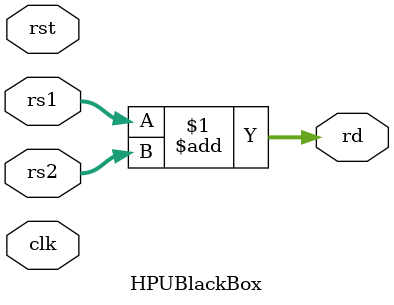
<source format=v>
module HPUBlackBox (
	input         clk,
	input         rst,
	input  [63:0] rs1,
	input  [63:0] rs2,
	output [63:0] rd
);
	assign rd = rs1 + rs2;

endmodule

</source>
